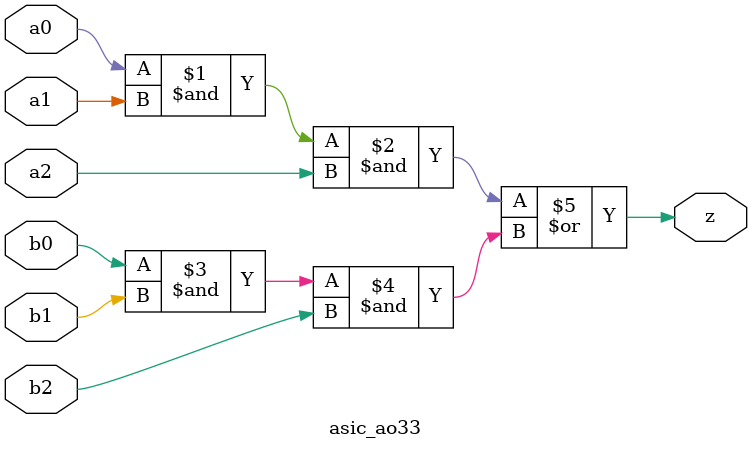
<source format=v>
module asic_ao33(	// file.cleaned.mlir:2:3
  input  a0,	// file.cleaned.mlir:2:27
         a1,	// file.cleaned.mlir:2:40
         a2,	// file.cleaned.mlir:2:53
         b0,	// file.cleaned.mlir:2:66
         b1,	// file.cleaned.mlir:2:79
         b2,	// file.cleaned.mlir:2:92
  output z	// file.cleaned.mlir:2:106
);

  assign z = a0 & a1 & a2 | b0 & b1 & b2;	// file.cleaned.mlir:3:10, :4:10, :5:10, :6:5
endmodule


</source>
